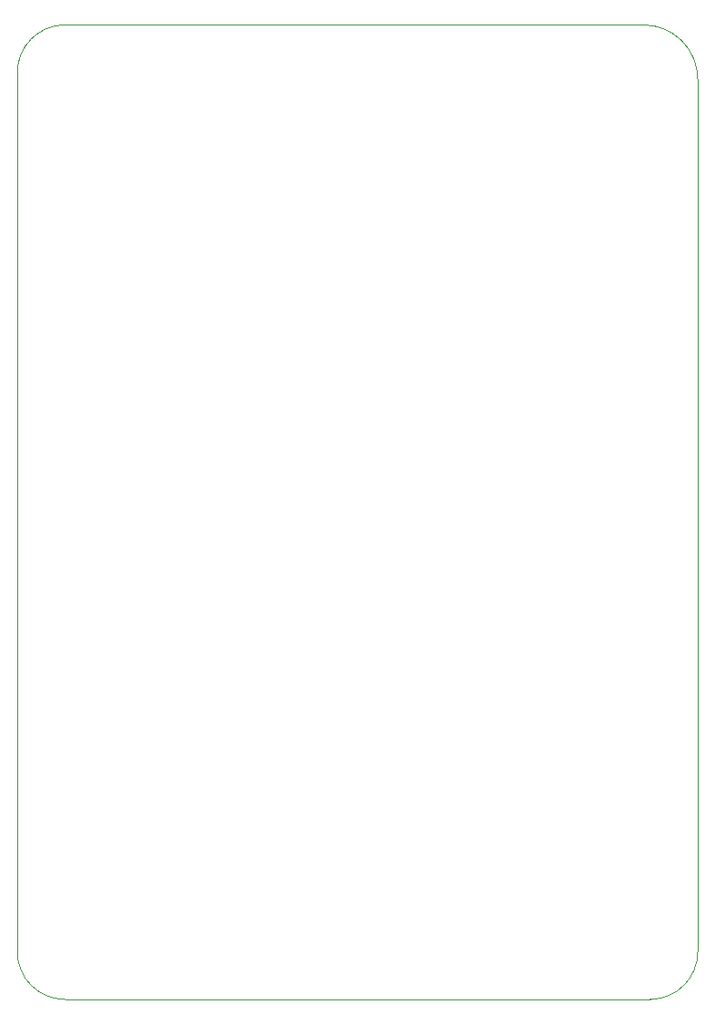
<source format=gbr>
G04 #@! TF.GenerationSoftware,KiCad,Pcbnew,(5.1.0-0)*
G04 #@! TF.CreationDate,2019-05-08T18:24:01-07:00*
G04 #@! TF.ProjectId,power board,706f7765-7220-4626-9f61-72642e6b6963,rev?*
G04 #@! TF.SameCoordinates,Original*
G04 #@! TF.FileFunction,Profile,NP*
%FSLAX46Y46*%
G04 Gerber Fmt 4.6, Leading zero omitted, Abs format (unit mm)*
G04 Created by KiCad (PCBNEW (5.1.0-0)) date 2019-05-08 18:24:01*
%MOMM*%
%LPD*%
G04 APERTURE LIST*
%ADD10C,0.050000*%
G04 APERTURE END LIST*
D10*
X79375000Y-33020000D02*
G75*
G02X84455000Y-38100000I0J-5080000D01*
G01*
X20955000Y-37465000D02*
X20955000Y-43180000D01*
X25400000Y-33020000D02*
X29210000Y-33020000D01*
X20955000Y-37465000D02*
G75*
G02X25400000Y-33020000I4445000J0D01*
G01*
X25400000Y-123825000D02*
X32385000Y-123825000D01*
X25400000Y-123825000D02*
G75*
G02X20955000Y-119380000I0J4445000D01*
G01*
X84455000Y-119380000D02*
G75*
G02X80010000Y-123825000I-4445000J0D01*
G01*
X84455000Y-38100000D02*
X84455000Y-119380000D01*
X29210000Y-33020000D02*
X79375000Y-33020000D01*
X20955000Y-119380000D02*
X20955000Y-43180000D01*
X80010000Y-123825000D02*
X32385000Y-123825000D01*
M02*

</source>
